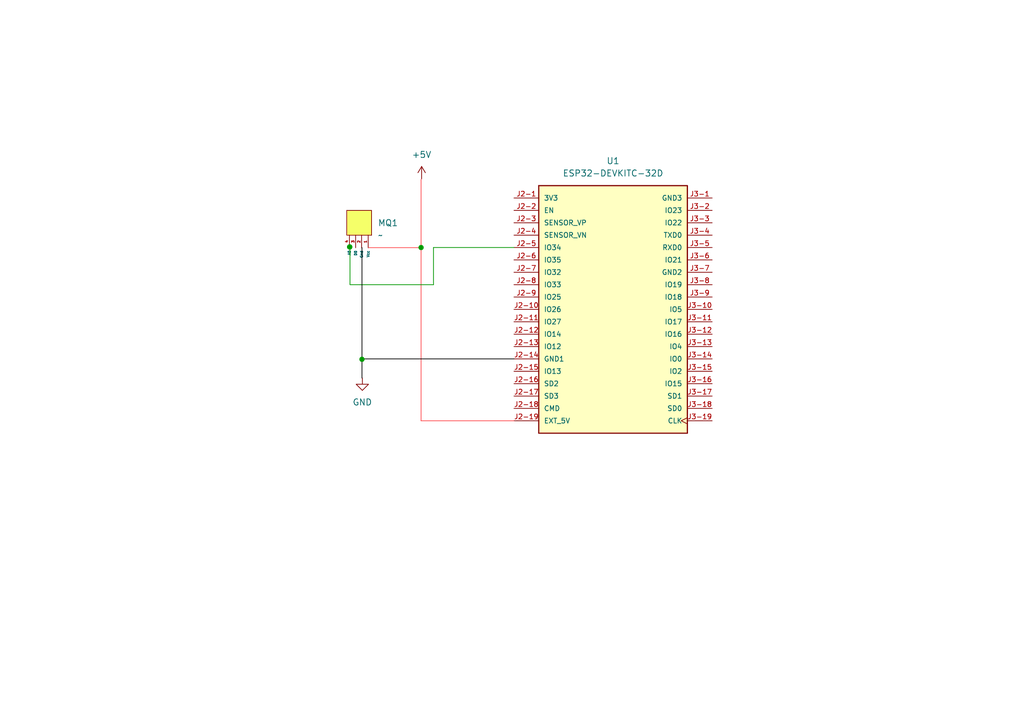
<source format=kicad_sch>
(kicad_sch (version 20250114) (generator "eeschema") (generator_version "9.0")
  (paper "A5")
  (title_block (title "Esp32 Gas Sensors") (date "2025-11-09") (company "Rotaru Darius"))
  (lib_symbols
    (symbol "ESP32-DEVKITC-32D:ESP32-DEVKITC-32D" (pin_names (offset 1.016))
      (property "Reference" "U" (at -15.2572 26.0643 0))
      (property "Value" "ESP32-DEVKITC-32D" (at -15.2563 -27.9698 0))
      (symbol "ESP32-DEVKITC-32D_0_0"
        (rectangle (start -15.24 -25.4) (end 15.24 25.4) (stroke (width 0.254)) (fill (type background)))
        (pin power_in line (at -20.32 22.86 0) (length 5.08) (name "3V3") (number "J2-1"))
        (pin input line (at -20.32 20.32 0) (length 5.08) (name "EN") (number "J2-2"))
        (pin input line (at -20.32 17.78 0) (length 5.08) (name "SENSOR_VP") (number "J2-3"))
        (pin input line (at -20.32 15.24 0) (length 5.08) (name "SENSOR_VN") (number "J2-4"))
        (pin bidirectional line (at -20.32 12.7 0) (length 5.08) (name "IO34") (number "J2-5"))
        (pin bidirectional line (at -20.32 10.16 0) (length 5.08) (name "IO35") (number "J2-6"))
        (pin bidirectional line (at -20.32 7.62 0) (length 5.08) (name "IO32") (number "J2-7"))
        (pin bidirectional line (at -20.32 5.08 0) (length 5.08) (name "IO33") (number "J2-8"))
        (pin bidirectional line (at -20.32 2.54 0) (length 5.08) (name "IO25") (number "J2-9"))
        (pin bidirectional line (at -20.32 0 0) (length 5.08) (name "IO26") (number "J2-10"))
        (pin bidirectional line (at -20.32 -2.54 0) (length 5.08) (name "IO27") (number "J2-11"))
        (pin bidirectional line (at -20.32 -5.08 0) (length 5.08) (name "IO14") (number "J2-12"))
        (pin bidirectional line (at -20.32 -7.62 0) (length 5.08) (name "IO12") (number "J2-13"))
        (pin power_in line (at -20.32 -10.16 0) (length 5.08) (name "GND1") (number "J2-14"))
        (pin bidirectional line (at -20.32 -12.7 0) (length 5.08) (name "IO13") (number "J2-15"))
        (pin bidirectional line (at -20.32 -15.24 0) (length 5.08) (name "SD2") (number "J2-16"))
        (pin bidirectional line (at -20.32 -17.78 0) (length 5.08) (name "SD3") (number "J2-17"))
        (pin bidirectional line (at -20.32 -20.32 0) (length 5.08) (name "CMD") (number "J2-18"))
        (pin power_in line (at -20.32 -22.86 0) (length 5.08) (name "EXT_5V") (number "J2-19"))
        (pin power_in line (at 20.32 22.86 180) (length 5.08) (name "GND3") (number "J3-1"))
        (pin bidirectional line (at 20.32 20.32 180) (length 5.08) (name "IO23") (number "J3-2"))
        (pin bidirectional line (at 20.32 17.78 180) (length 5.08) (name "IO22") (number "J3-3"))
        (pin output line (at 20.32 15.24 180) (length 5.08) (name "TXD0") (number "J3-4"))
        (pin input line (at 20.32 12.7 180) (length 5.08) (name "RXD0") (number "J3-5"))
        (pin bidirectional line (at 20.32 10.16 180) (length 5.08) (name "IO21") (number "J3-6"))
        (pin power_in line (at 20.32 7.62 180) (length 5.08) (name "GND2") (number "J3-7"))
        (pin bidirectional line (at 20.32 5.08 180) (length 5.08) (name "IO19") (number "J3-8"))
        (pin bidirectional line (at 20.32 2.54 180) (length 5.08) (name "IO18") (number "J3-9"))
        (pin bidirectional line (at 20.32 0 180) (length 5.08) (name "IO5") (number "J3-10"))
        (pin bidirectional line (at 20.32 -2.54 180) (length 5.08) (name "IO17") (number "J3-11"))
        (pin bidirectional line (at 20.32 -5.08 180) (length 5.08) (name "IO16") (number "J3-12"))
        (pin bidirectional line (at 20.32 -7.62 180) (length 5.08) (name "IO4") (number "J3-13"))
        (pin bidirectional line (at 20.32 -10.16 180) (length 5.08) (name "IO0") (number "J3-14"))
        (pin bidirectional line (at 20.32 -12.7 180) (length 5.08) (name "IO2") (number "J3-15"))
        (pin bidirectional line (at 20.32 -15.24 180) (length 5.08) (name "IO15") (number "J3-16"))
        (pin bidirectional line (at 20.32 -17.78 180) (length 5.08) (name "SD1") (number "J3-17"))
        (pin bidirectional line (at 20.32 -20.32 180) (length 5.08) (name "SD0") (number "J3-18"))
        (pin input clock (at 20.32 -22.86 180) (length 5.08) (name "CLK") (number "J3-19"))
      )
    )
    (symbol "myLibrary:MQ2_Gas_Sensor"
      (property "Reference" "MQ2" (at 0 0 0))
      (symbol "MQ2_Gas_Sensor_0_1"
        (rectangle (start 2.54 -6.35) (end 2.54 -6.35))
      )
      (symbol "MQ2_Gas_Sensor_1_1"
        (rectangle (start -2.54 -1.27) (end 2.54 -6.35) (fill (type color) (color 245 255 105 1)))
        (pin output line (at -2.0049 -6.3707 270) (length 2.54) (name "A0") (number "4"))
        (pin output line (at -0.7191 -6.3914 270) (length 2.54) (name "D0") (number "3"))
        (pin power_in line (at 0.5044 -6.4122 270) (length 2.54) (name "Gnd") (number "2"))
        (pin power_in line (at 1.8525 -6.4122 270) (length 2.54) (name "Vcc") (number "1"))
      )
    )
    (symbol "power:+5V" (power) (pin_names (offset 0))
      (property "Value" "+5V" (at 0 3.556 0))
      (symbol "+5V_0_1"
        (polyline (pts (xy -0.762 1.27) (xy 0 2.54)))
        (polyline (pts (xy 0 2.54) (xy 0.762 1.27)))
        (polyline (pts (xy 0 0) (xy 0 2.54)))
      )
      (symbol "+5V_1_1"
        (pin power_in line (at 0 0 90) (length 0) (hide yes) (name "+5V") (number "1"))
      )
    )
    (symbol "power:GND" (power) (pin_names (offset 0))
      (property "Value" "GND" (at 0 -3.81 0))
      (symbol "GND_0_1"
        (polyline (pts (xy 0 0) (xy 0 -1.27) (xy 1.27 -1.27) (xy 0 -2.54) (xy -1.27 -1.27) (xy 0 -1.27)))
      )
      (symbol "GND_1_1"
        (pin power_in line (at 0 0 270) (length 0) (hide yes) (name "GND") (number "1"))
      )
    )
  )
  (junction (at 74.2341 73.7371))
  (junction (at 86.36 50.8))
  (junction (at 71.7156 50.6813))
  (junction (at 71.7156 50.6812))
  (wire (pts (xy 74.3112 73.66) (xy 105.41 73.66)) (stroke (width 0) (color 0 0 0 1)))
  (wire (pts (xy 86.3382 50.8218) (xy 86.36 50.8)))
  (wire (pts (xy 71.821 58.42) (xy 71.7798 58.3788)))
  (wire (pts (xy 74.2341 50.7985) (xy 74.2341 73.7371)) (stroke (width 0) (color 0 0 0 1)))
  (wire (pts (xy 86.36 50.8) (xy 86.36 86.36)) (stroke (width 0) (color 255 76 79 1)))
  (wire (pts (xy 71.7798 58.3788) (xy 71.7798 50.7455)))
  (wire (pts (xy 86.36 86.36) (xy 105.41 86.36)) (stroke (width 0) (color 255 76 79 1)))
  (wire (pts (xy 71.7798 50.7455) (xy 71.7156 50.6813)))
  (wire (pts (xy 71.7156 50.6813) (xy 71.7156 50.6812)))
  (wire (pts (xy 71.6515 50.6171) (xy 71.7156 50.6812)))
  (wire (pts (xy 74.3112 73.66) (xy 74.2341 73.7371)))
  (wire (pts (xy 74.2341 73.7371) (xy 74.2341 77.5859)) (stroke (width 0) (color 0 0 0 1)))
  (wire (pts (xy 86.36 36.83) (xy 86.36 50.8)) (stroke (width 0) (color 255 76 79 1)))
  (wire (pts (xy 88.9 50.8) (xy 88.9 58.42)))
  (wire (pts (xy 88.9 50.8) (xy 105.41 50.8)))
  (wire (pts (xy 75.5571 50.8218) (xy 86.3382 50.8218)) (stroke (width 0) (color 255 76 79 1)))
  (wire (pts (xy 88.9 58.42) (xy 71.821 58.42)))
  (symbol (lib_id "power:GND") (at 74.3111 77.5859 0) (unit 1)
    (property "Reference" "#PWR01" (effects (hide yes)))
    (property "Value" "GND" (at 74.3111 82.55 0))
    (property "Description" "Power symbol creates a global label with name \"GND\" , ground" (effects (hide yes)))
  )
  (symbol (lib_id "ESP32-DEVKITC-32D:ESP32-DEVKITC-32D") (at 125.73 63.5 0) (unit 1)
    (property "Reference" "U1" (at 125.73 33.02 0))
    (property "Value" "ESP32-DEVKITC-32D" (at 125.73 35.56 0))
    (property "Footprint" "ESP32-DEVKITC-32D:MODULE_ESP32-DEVKITC-32D" (effects (hide yes)))
    (property "MF" "Espressif Systems" (effects (hide yes)))
    (property "MAXIMUM_PACKAGE_HEIGHT" "N/A" (effects (hide yes)))
    (property "Package" "None" (effects (hide yes)))
    (property "Price" "None" (effects (hide yes)))
    (property "Check_prices" "https://www.snapeda.com/parts/ESP32-DEVKITC-32D/Espressif+Systems/view-part/?ref=eda" (effects (hide yes)))
    (property "STANDARD" "Manufacturer Recommendations" (effects (hide yes)))
    (property "PARTREV" "V4" (effects (hide yes)))
    (property "SnapEDA_Link" "https://www.snapeda.com/parts/ESP32-DEVKITC-32D/Espressif+Systems/view-part/?ref=snap" (effects (hide yes)))
    (property "MP" "ESP32-DEVKITC-32D" (effects (hide yes)))
    (property "Description_1" "WiFi Development Tools (802.11) ESP32 General Development Kit, ESP32-WROOM-32D on the board" (effects (hide yes)))
    (property "MANUFACTURER" "Espressif Systems" (effects (hide yes)))
    (property "Availability" "In Stock" (effects (hide yes)))
    (property "SNAPEDA_PN" "ESP32-DEVKITC-32D" (effects (hide yes)))
  )
  (symbol (lib_id "power:+5V") (at 86.4732 36.7121 0) (unit 1)
    (property "Reference" "#PWR02" (effects (hide yes)))
    (property "Value" "+5V" (at 86.4732 31.75 0))
    (property "Description" "Power symbol creates a global label with name \"+5V\"" (effects (hide yes)))
  )
  (symbol (lib_id "myLibrary:MQ2_Gas_Sensor") (at 73.66 41.91 0) (unit 1)
    (property "Reference" "MQ1" (at 77.47 45.751 0) (effects (justify left)))
    (property "Value" "~" (at 77.47 48.291 0) (effects (justify left)))
  )
)
</source>
